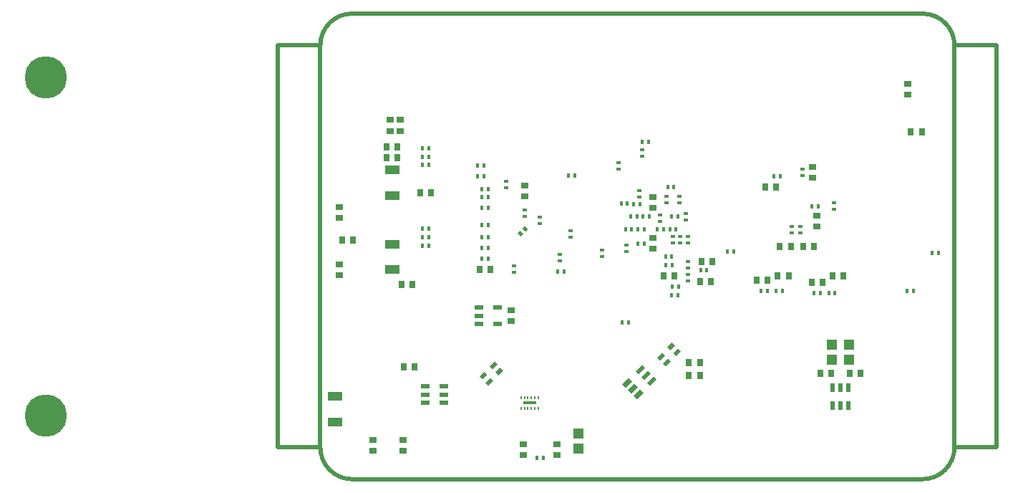
<source format=gbr>
%TF.GenerationSoftware,KiCad,Pcbnew,(5.1.10-1-10_14)*%
%TF.CreationDate,2021-07-27T16:35:17+02:00*%
%TF.ProjectId,EX-PCB-10108-001,45582d50-4342-42d3-9130-3130382d3030,A*%
%TF.SameCoordinates,Original*%
%TF.FileFunction,Paste,Bot*%
%TF.FilePolarity,Positive*%
%FSLAX46Y46*%
G04 Gerber Fmt 4.6, Leading zero omitted, Abs format (unit mm)*
G04 Created by KiCad (PCBNEW (5.1.10-1-10_14)) date 2021-07-27 16:35:17*
%MOMM*%
%LPD*%
G01*
G04 APERTURE LIST*
%TA.AperFunction,Profile*%
%ADD10C,0.500000*%
%TD*%
%ADD11C,5.000000*%
%ADD12R,0.510000X0.450000*%
%ADD13R,0.450000X0.510000*%
%ADD14R,0.710000X0.810000*%
%ADD15R,0.810000X0.710000*%
%ADD16R,0.180000X0.405000*%
%ADD17R,1.620000X0.360000*%
%ADD18R,1.250000X1.150000*%
%ADD19R,1.800000X1.070000*%
%ADD20R,0.550000X1.060000*%
%ADD21R,1.060000X0.550000*%
%ADD22C,0.100000*%
%ADD23R,1.060000X0.500000*%
G04 APERTURE END LIST*
D10*
X41450000Y-85250000D02*
X46450000Y-85250000D01*
X41450000Y-132750000D02*
X46450000Y-132750000D01*
X121450000Y-132750000D02*
X126450000Y-132750000D01*
X126450000Y-85250000D02*
X121450000Y-85250000D01*
X126450000Y-85250000D02*
X126450000Y-132750000D01*
X41450000Y-85250000D02*
X41450000Y-132750000D01*
X117700000Y-81500000D02*
G75*
G02*
X121450000Y-85250000I0J-3750000D01*
G01*
X46450000Y-85250000D02*
G75*
G02*
X50200000Y-81500000I3750000J0D01*
G01*
X50200000Y-136500000D02*
G75*
G02*
X46450000Y-132750000I0J3750000D01*
G01*
X121450000Y-132750000D02*
G75*
G02*
X117700000Y-136500000I-3750000J0D01*
G01*
X46450000Y-85250000D02*
X46450000Y-132750000D01*
X117700000Y-136500000D02*
X50200000Y-136500000D01*
X117700000Y-81500000D02*
X50200000Y-81500000D01*
X121450000Y-85250000D02*
X121450000Y-132750000D01*
D11*
X13950000Y-89025000D03*
X13950000Y-129025000D03*
D12*
X103450000Y-99875000D03*
X103450000Y-100625000D03*
X102200000Y-106625000D03*
X102200000Y-107375000D03*
D13*
X104575000Y-104250000D03*
X105325000Y-104250000D03*
D12*
X103200000Y-106625000D03*
X103200000Y-107375000D03*
D13*
X119575000Y-109750000D03*
X118825000Y-109750000D03*
X116575000Y-114250000D03*
X115825000Y-114250000D03*
D14*
X100345000Y-102000000D03*
X99055000Y-102000000D03*
D13*
X100075000Y-100750000D03*
X100825000Y-100750000D03*
D15*
X104700000Y-100895000D03*
X104700000Y-99605000D03*
D14*
X102095000Y-109000000D03*
X100805000Y-109000000D03*
D15*
X105200000Y-105355000D03*
X105200000Y-106645000D03*
D14*
X103555000Y-109000000D03*
X104845000Y-109000000D03*
D13*
X88075000Y-113750000D03*
X88825000Y-113750000D03*
X88025000Y-114750000D03*
X88775000Y-114750000D03*
X87325000Y-111250000D03*
X88075000Y-111250000D03*
D12*
X89700000Y-105875000D03*
X89700000Y-105125000D03*
X107200000Y-103875000D03*
X107200000Y-104625000D03*
D16*
X71000000Y-128125000D03*
X71400000Y-128125000D03*
X71800000Y-128125000D03*
X72200000Y-128125000D03*
X70200000Y-128125000D03*
X70600000Y-128125000D03*
X71800000Y-126875000D03*
X72200000Y-126875000D03*
X71000000Y-126875000D03*
X71400000Y-126875000D03*
X70600000Y-126875000D03*
X70200000Y-126875000D03*
D17*
X71200000Y-127500000D03*
D15*
X56200000Y-133145000D03*
X56200000Y-131855000D03*
X52700000Y-133145000D03*
X52700000Y-131855000D03*
X115950000Y-91045000D03*
X115950000Y-89755000D03*
D14*
X116305000Y-95500000D03*
X117595000Y-95500000D03*
D13*
X100325000Y-114250000D03*
X101075000Y-114250000D03*
X98575000Y-114250000D03*
X99325000Y-114250000D03*
X106575000Y-114500000D03*
X107325000Y-114500000D03*
X104825000Y-114500000D03*
X105575000Y-114500000D03*
D18*
X106950000Y-122375000D03*
X106950000Y-120625000D03*
X108950000Y-122375000D03*
X108950000Y-120625000D03*
X76950000Y-131125000D03*
X76950000Y-132875000D03*
D19*
X54950000Y-111755000D03*
X54950000Y-108745000D03*
X54950000Y-103005000D03*
X54950000Y-99995000D03*
D14*
X56305000Y-123250000D03*
X57595000Y-123250000D03*
X106845000Y-124000000D03*
X105555000Y-124000000D03*
X109055000Y-124000000D03*
X110345000Y-124000000D03*
X88345000Y-112500000D03*
X87055000Y-112500000D03*
X101845000Y-112500000D03*
X100555000Y-112500000D03*
X104555000Y-113250000D03*
X105845000Y-113250000D03*
D15*
X74450000Y-132355000D03*
X74450000Y-133645000D03*
X70450000Y-132355000D03*
X70450000Y-133645000D03*
D13*
X72075000Y-134000000D03*
X72825000Y-134000000D03*
D14*
X108345000Y-112500000D03*
X107055000Y-112500000D03*
X56055000Y-113500000D03*
X57345000Y-113500000D03*
X49055000Y-108250000D03*
X50345000Y-108250000D03*
X90055000Y-122750000D03*
X91345000Y-122750000D03*
X90055000Y-124250000D03*
X91345000Y-124250000D03*
D15*
X48700000Y-111105000D03*
X48700000Y-112395000D03*
D14*
X98055000Y-113000000D03*
X99345000Y-113000000D03*
D15*
X48700000Y-105645000D03*
X48700000Y-104355000D03*
D20*
X108900000Y-127850000D03*
X107950000Y-127850000D03*
X107000000Y-127850000D03*
X107000000Y-125650000D03*
X108900000Y-125650000D03*
X107950000Y-125650000D03*
D21*
X61050000Y-125550000D03*
X61050000Y-126500000D03*
X61050000Y-127450000D03*
X58850000Y-127450000D03*
X58850000Y-125550000D03*
X58850000Y-126500000D03*
D22*
G36*
X83913622Y-127018790D02*
G01*
X83524713Y-126629881D01*
X84274246Y-125880348D01*
X84663155Y-126269257D01*
X83913622Y-127018790D01*
G37*
G36*
X83241871Y-126347038D02*
G01*
X82852962Y-125958129D01*
X83602495Y-125208596D01*
X83991404Y-125597505D01*
X83241871Y-126347038D01*
G37*
G36*
X82570119Y-125675287D02*
G01*
X82181210Y-125286378D01*
X82930743Y-124536845D01*
X83319652Y-124925754D01*
X82570119Y-125675287D01*
G37*
G36*
X84125754Y-124119652D02*
G01*
X83736845Y-123730743D01*
X84486378Y-122981210D01*
X84875287Y-123370119D01*
X84125754Y-124119652D01*
G37*
G36*
X85469257Y-125463155D02*
G01*
X85080348Y-125074246D01*
X85829881Y-124324713D01*
X86218790Y-124713622D01*
X85469257Y-125463155D01*
G37*
G36*
X84797505Y-124791404D02*
G01*
X84408596Y-124402495D01*
X85158129Y-123652962D01*
X85547038Y-124041871D01*
X84797505Y-124791404D01*
G37*
G36*
X67760660Y-123292894D02*
G01*
X68114213Y-123646447D01*
X67548528Y-124212132D01*
X67194975Y-123858579D01*
X67760660Y-123292894D01*
G37*
G36*
X66558579Y-124494975D02*
G01*
X66912132Y-124848528D01*
X66346447Y-125414213D01*
X65992894Y-125060660D01*
X66558579Y-124494975D01*
G37*
G36*
X65851472Y-123787868D02*
G01*
X66205025Y-124141421D01*
X65639340Y-124707106D01*
X65285787Y-124353553D01*
X65851472Y-123787868D01*
G37*
G36*
X67053553Y-122585787D02*
G01*
X67407106Y-122939340D01*
X66841421Y-123505025D01*
X66487868Y-123151472D01*
X67053553Y-122585787D01*
G37*
D19*
X48200000Y-129755000D03*
X48200000Y-126745000D03*
D22*
G36*
X88760660Y-121042894D02*
G01*
X89114213Y-121396447D01*
X88548528Y-121962132D01*
X88194975Y-121608579D01*
X88760660Y-121042894D01*
G37*
G36*
X87558579Y-122244975D02*
G01*
X87912132Y-122598528D01*
X87346447Y-123164213D01*
X86992894Y-122810660D01*
X87558579Y-122244975D01*
G37*
G36*
X86851472Y-121537868D02*
G01*
X87205025Y-121891421D01*
X86639340Y-122457106D01*
X86285787Y-122103553D01*
X86851472Y-121537868D01*
G37*
G36*
X88053553Y-120335787D02*
G01*
X88407106Y-120689340D01*
X87841421Y-121255025D01*
X87487868Y-120901472D01*
X88053553Y-120335787D01*
G37*
D13*
X95350000Y-109600000D03*
X94600000Y-109600000D03*
D12*
X84500000Y-98325000D03*
X84500000Y-97575000D03*
D13*
X84525000Y-96650000D03*
X85275000Y-96650000D03*
D12*
X81700000Y-99125000D03*
X81700000Y-99875000D03*
D13*
X59275000Y-106900000D03*
X58525000Y-106900000D03*
X59275000Y-98400000D03*
X58525000Y-98400000D03*
X58525000Y-99400000D03*
X59275000Y-99400000D03*
X58525000Y-107900000D03*
X59275000Y-107900000D03*
X58525000Y-97400000D03*
X59275000Y-97400000D03*
D14*
X55595000Y-97250000D03*
X54305000Y-97250000D03*
D15*
X69050000Y-117845000D03*
X69050000Y-116555000D03*
D23*
X67400000Y-118150000D03*
X67400000Y-116250000D03*
X65200000Y-116250000D03*
X65200000Y-117200000D03*
X65200000Y-118150000D03*
D13*
X82175000Y-117950000D03*
X82925000Y-117950000D03*
D14*
X55595000Y-98500000D03*
X54305000Y-98500000D03*
D13*
X58525000Y-108900000D03*
X59275000Y-108900000D03*
D14*
X91355000Y-113150000D03*
X92645000Y-113150000D03*
X91505000Y-110750000D03*
X92795000Y-110750000D03*
X58255000Y-102650000D03*
X59545000Y-102650000D03*
D12*
X84200000Y-103175000D03*
X84200000Y-102425000D03*
D13*
X65525000Y-103200000D03*
X66275000Y-103200000D03*
X65525000Y-104450000D03*
X66275000Y-104450000D03*
D12*
X70650000Y-105447599D03*
X70650000Y-104697599D03*
X79750000Y-109475000D03*
X79750000Y-110225000D03*
D15*
X54725000Y-95345000D03*
X54725000Y-94055000D03*
X55925000Y-95345000D03*
X55925000Y-94055000D03*
D13*
X87525000Y-101950000D03*
X88275000Y-101950000D03*
D12*
X89000000Y-107800000D03*
X89000000Y-108550000D03*
D13*
X82775000Y-103950000D03*
X82025000Y-103950000D03*
X65525000Y-102200000D03*
X66275000Y-102200000D03*
X65525000Y-106450000D03*
X66275000Y-106450000D03*
X65525000Y-107950000D03*
X66275000Y-107950000D03*
X65525000Y-110450000D03*
X66275000Y-110450000D03*
D12*
X69400000Y-111325000D03*
X69400000Y-112075000D03*
D22*
G36*
X70113622Y-107125754D02*
G01*
X70474246Y-107486378D01*
X70156048Y-107804576D01*
X69795424Y-107443952D01*
X70113622Y-107125754D01*
G37*
G36*
X70643952Y-106595424D02*
G01*
X71004576Y-106956048D01*
X70686378Y-107274246D01*
X70325754Y-106913622D01*
X70643952Y-106595424D01*
G37*
D13*
X75275000Y-111950000D03*
X74525000Y-111950000D03*
D12*
X74800000Y-109975000D03*
X74800000Y-110725000D03*
D13*
X76575000Y-100650000D03*
X75825000Y-100650000D03*
D12*
X68400000Y-101325000D03*
X68400000Y-102075000D03*
X72400000Y-105575000D03*
X72400000Y-106325000D03*
X76050000Y-107925000D03*
X76050000Y-107175000D03*
D13*
X65525000Y-109200000D03*
X66275000Y-109200000D03*
D15*
X70650000Y-103095000D03*
X70650000Y-101805000D03*
D13*
X83925000Y-105450000D03*
X83175000Y-105450000D03*
X83275000Y-106950000D03*
X82525000Y-106950000D03*
X84275000Y-104050000D03*
X83525000Y-104050000D03*
D12*
X82650000Y-108825000D03*
X82650000Y-109575000D03*
D13*
X65025000Y-100700000D03*
X65775000Y-100700000D03*
X65025000Y-99450000D03*
X65775000Y-99450000D03*
X84775000Y-108700000D03*
X84025000Y-108700000D03*
D15*
X85800000Y-104420000D03*
X85800000Y-103130000D03*
D12*
X88900000Y-103075000D03*
X88900000Y-103825000D03*
X87400000Y-103075000D03*
X87400000Y-103825000D03*
D13*
X92175000Y-111800000D03*
X91425000Y-111800000D03*
D15*
X85750000Y-107955000D03*
X85750000Y-109245000D03*
D13*
X85375000Y-105450000D03*
X84625000Y-105450000D03*
D12*
X89900000Y-111575000D03*
X89900000Y-110825000D03*
D13*
X88525000Y-106950000D03*
X87775000Y-106950000D03*
D12*
X88150000Y-107825000D03*
X88150000Y-108575000D03*
D13*
X84025000Y-106950000D03*
X84775000Y-106950000D03*
D12*
X89900000Y-113075000D03*
X89900000Y-112325000D03*
D13*
X86275000Y-106950000D03*
X87025000Y-106950000D03*
D12*
X86650000Y-106075000D03*
X86650000Y-105325000D03*
X89950000Y-107800000D03*
X89950000Y-108550000D03*
D13*
X88775000Y-105450000D03*
X88025000Y-105450000D03*
X87275000Y-110200000D03*
X88025000Y-110200000D03*
D14*
X66545000Y-111700000D03*
X65255000Y-111700000D03*
M02*

</source>
